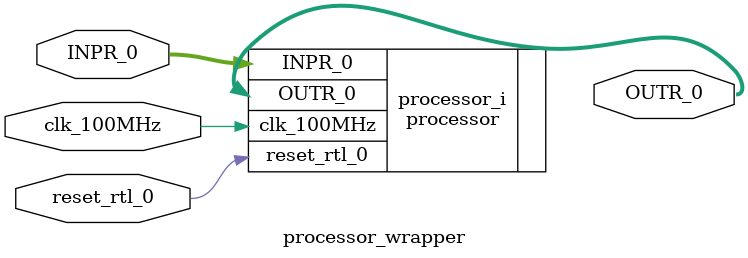
<source format=v>
`timescale 1 ps / 1 ps

module processor_wrapper
   (INPR_0,
    OUTR_0,
    clk_100MHz,
    reset_rtl_0);
  input [7:0]INPR_0;
  output [7:0]OUTR_0;
  input clk_100MHz;
  input reset_rtl_0;

  wire [7:0]INPR_0;
  wire [7:0]OUTR_0;
  wire clk_100MHz;
  wire reset_rtl_0;

  processor processor_i
       (.INPR_0(INPR_0),
        .OUTR_0(OUTR_0),
        .clk_100MHz(clk_100MHz),
        .reset_rtl_0(reset_rtl_0));
endmodule

</source>
